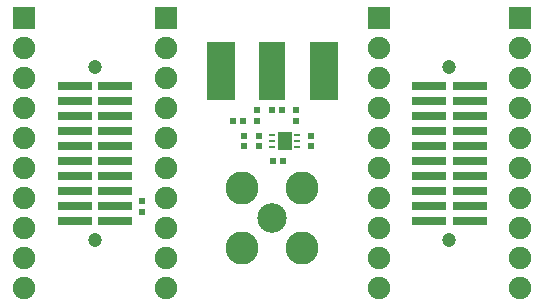
<source format=gts>
G04 #@! TF.FileFunction,Soldermask,Top*
%FSLAX46Y46*%
G04 Gerber Fmt 4.6, Leading zero omitted, Abs format (unit mm)*
G04 Created by KiCad (PCBNEW 4.1.0-alpha+201605071002+6776~44~ubuntu14.04.1-product) date Mon 30 May 2016 01:00:06 BST*
%MOMM*%
%LPD*%
G01*
G04 APERTURE LIST*
%ADD10C,0.100000*%
%ADD11R,2.920000X0.740000*%
%ADD12C,1.200000*%
%ADD13R,0.620000X0.620000*%
%ADD14R,1.900000X1.900000*%
%ADD15C,1.900000*%
%ADD16R,0.500000X0.280000*%
%ADD17R,1.282000X1.502000*%
%ADD18C,2.500000*%
%ADD19C,2.800000*%
%ADD20R,2.300000X5.000000*%
%ADD21R,2.400000X5.000000*%
G04 APERTURE END LIST*
D10*
D11*
X106285000Y-107285000D03*
X109715000Y-107285000D03*
X106285000Y-108555000D03*
X109715000Y-108555000D03*
X106285000Y-109825000D03*
X109715000Y-109825000D03*
X106285000Y-111095000D03*
X109715000Y-111095000D03*
X106285000Y-112365000D03*
X109715000Y-112365000D03*
X106285000Y-113635000D03*
X109715000Y-113635000D03*
X106285000Y-114905000D03*
X109715000Y-114905000D03*
X106285000Y-116175000D03*
X109715000Y-116175000D03*
X106285000Y-117445000D03*
X109715000Y-117445000D03*
X106285000Y-118715000D03*
X109715000Y-118715000D03*
X136285000Y-107285000D03*
X139715000Y-107285000D03*
X136285000Y-108555000D03*
X139715000Y-108555000D03*
X136285000Y-109825000D03*
X139715000Y-109825000D03*
X136285000Y-111095000D03*
X139715000Y-111095000D03*
X136285000Y-112365000D03*
X139715000Y-112365000D03*
X136285000Y-113635000D03*
X139715000Y-113635000D03*
X136285000Y-114905000D03*
X139715000Y-114905000D03*
X136285000Y-116175000D03*
X139715000Y-116175000D03*
X136285000Y-117445000D03*
X139715000Y-117445000D03*
X136285000Y-118715000D03*
X139715000Y-118715000D03*
D12*
X108000000Y-120305000D03*
X108000000Y-105695000D03*
X138000000Y-120305000D03*
X138000000Y-105695000D03*
D13*
X112000000Y-117950000D03*
X112000000Y-117050000D03*
D14*
X102000000Y-101570000D03*
D15*
X102000000Y-104110000D03*
X102000000Y-106650000D03*
X102000000Y-109190000D03*
X102000000Y-111730000D03*
X102000000Y-114270000D03*
X102000000Y-116810000D03*
X102000000Y-119350000D03*
X102000000Y-121890000D03*
X102000000Y-124430000D03*
D14*
X114000000Y-101570000D03*
D15*
X114000000Y-104110000D03*
X114000000Y-106650000D03*
X114000000Y-109190000D03*
X114000000Y-111730000D03*
X114000000Y-114270000D03*
X114000000Y-116810000D03*
X114000000Y-119350000D03*
X114000000Y-121890000D03*
X114000000Y-124430000D03*
D14*
X132000000Y-101570000D03*
D15*
X132000000Y-104110000D03*
X132000000Y-106650000D03*
X132000000Y-109190000D03*
X132000000Y-111730000D03*
X132000000Y-114270000D03*
X132000000Y-116810000D03*
X132000000Y-119350000D03*
X132000000Y-121890000D03*
X132000000Y-124430000D03*
D14*
X144000000Y-101570000D03*
D15*
X144000000Y-104110000D03*
X144000000Y-106650000D03*
X144000000Y-109190000D03*
X144000000Y-111730000D03*
X144000000Y-114270000D03*
X144000000Y-116810000D03*
X144000000Y-119350000D03*
X144000000Y-121890000D03*
X144000000Y-124430000D03*
D13*
X120650000Y-112400000D03*
X120650000Y-111500000D03*
X121850000Y-112400000D03*
X121850000Y-111500000D03*
X125050000Y-110250000D03*
X125050000Y-109350000D03*
D16*
X122960000Y-111410000D03*
X122960000Y-111950000D03*
X122960000Y-112490000D03*
X125140000Y-112490000D03*
X125140000Y-111950000D03*
X125140000Y-111410000D03*
D17*
X124050000Y-111950000D03*
D13*
X123050000Y-113650000D03*
X123950000Y-113650000D03*
X126250000Y-112400000D03*
X126250000Y-111500000D03*
X119650000Y-110250000D03*
X120550000Y-110250000D03*
X121750000Y-110250000D03*
X121750000Y-109350000D03*
X122950000Y-109350000D03*
X123850000Y-109350000D03*
D18*
X123000000Y-118450000D03*
D19*
X125540000Y-115910000D03*
X120460000Y-115910000D03*
X125540000Y-120990000D03*
X120460000Y-120990000D03*
D20*
X123000000Y-106000000D03*
D21*
X118625000Y-106000000D03*
X127375000Y-106000000D03*
M02*

</source>
